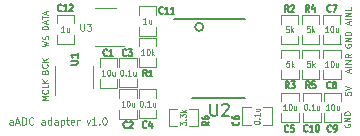
<source format=gbr>
%TF.GenerationSoftware,KiCad,Pcbnew,5.1.9+dfsg1-1*%
%TF.CreationDate,2021-08-01T21:30:50+03:00*%
%TF.ProjectId,neogeo_aadc,6e656f67-656f-45f6-9161-64632e6b6963,rev?*%
%TF.SameCoordinates,Original*%
%TF.FileFunction,Legend,Top*%
%TF.FilePolarity,Positive*%
%FSLAX46Y46*%
G04 Gerber Fmt 4.6, Leading zero omitted, Abs format (unit mm)*
G04 Created by KiCad (PCBNEW 5.1.9+dfsg1-1) date 2021-08-01 21:30:50*
%MOMM*%
%LPD*%
G01*
G04 APERTURE LIST*
%ADD10C,0.125000*%
%ADD11C,0.120000*%
%ADD12C,0.150000*%
%ADD13C,0.119380*%
%ADD14C,0.100000*%
%ADD15C,0.127000*%
%ADD16C,0.114300*%
G04 APERTURE END LIST*
D10*
X17081428Y-31481428D02*
X17081428Y-31167142D01*
X17052857Y-31110000D01*
X16995714Y-31081428D01*
X16881428Y-31081428D01*
X16824285Y-31110000D01*
X17081428Y-31452857D02*
X17024285Y-31481428D01*
X16881428Y-31481428D01*
X16824285Y-31452857D01*
X16795714Y-31395714D01*
X16795714Y-31338571D01*
X16824285Y-31281428D01*
X16881428Y-31252857D01*
X17024285Y-31252857D01*
X17081428Y-31224285D01*
X17338571Y-31310000D02*
X17624285Y-31310000D01*
X17281428Y-31481428D02*
X17481428Y-30881428D01*
X17681428Y-31481428D01*
X17881428Y-31481428D02*
X17881428Y-30881428D01*
X18024285Y-30881428D01*
X18110000Y-30910000D01*
X18167142Y-30967142D01*
X18195714Y-31024285D01*
X18224285Y-31138571D01*
X18224285Y-31224285D01*
X18195714Y-31338571D01*
X18167142Y-31395714D01*
X18110000Y-31452857D01*
X18024285Y-31481428D01*
X17881428Y-31481428D01*
X18824285Y-31424285D02*
X18795714Y-31452857D01*
X18710000Y-31481428D01*
X18652857Y-31481428D01*
X18567142Y-31452857D01*
X18510000Y-31395714D01*
X18481428Y-31338571D01*
X18452857Y-31224285D01*
X18452857Y-31138571D01*
X18481428Y-31024285D01*
X18510000Y-30967142D01*
X18567142Y-30910000D01*
X18652857Y-30881428D01*
X18710000Y-30881428D01*
X18795714Y-30910000D01*
X18824285Y-30938571D01*
X19795714Y-31481428D02*
X19795714Y-31167142D01*
X19767142Y-31110000D01*
X19710000Y-31081428D01*
X19595714Y-31081428D01*
X19538571Y-31110000D01*
X19795714Y-31452857D02*
X19738571Y-31481428D01*
X19595714Y-31481428D01*
X19538571Y-31452857D01*
X19510000Y-31395714D01*
X19510000Y-31338571D01*
X19538571Y-31281428D01*
X19595714Y-31252857D01*
X19738571Y-31252857D01*
X19795714Y-31224285D01*
X20338571Y-31481428D02*
X20338571Y-30881428D01*
X20338571Y-31452857D02*
X20281428Y-31481428D01*
X20167142Y-31481428D01*
X20110000Y-31452857D01*
X20081428Y-31424285D01*
X20052857Y-31367142D01*
X20052857Y-31195714D01*
X20081428Y-31138571D01*
X20110000Y-31110000D01*
X20167142Y-31081428D01*
X20281428Y-31081428D01*
X20338571Y-31110000D01*
X20881428Y-31481428D02*
X20881428Y-31167142D01*
X20852857Y-31110000D01*
X20795714Y-31081428D01*
X20681428Y-31081428D01*
X20624285Y-31110000D01*
X20881428Y-31452857D02*
X20824285Y-31481428D01*
X20681428Y-31481428D01*
X20624285Y-31452857D01*
X20595714Y-31395714D01*
X20595714Y-31338571D01*
X20624285Y-31281428D01*
X20681428Y-31252857D01*
X20824285Y-31252857D01*
X20881428Y-31224285D01*
X21167142Y-31081428D02*
X21167142Y-31681428D01*
X21167142Y-31110000D02*
X21224285Y-31081428D01*
X21338571Y-31081428D01*
X21395714Y-31110000D01*
X21424285Y-31138571D01*
X21452857Y-31195714D01*
X21452857Y-31367142D01*
X21424285Y-31424285D01*
X21395714Y-31452857D01*
X21338571Y-31481428D01*
X21224285Y-31481428D01*
X21167142Y-31452857D01*
X21624285Y-31081428D02*
X21852857Y-31081428D01*
X21710000Y-30881428D02*
X21710000Y-31395714D01*
X21738571Y-31452857D01*
X21795714Y-31481428D01*
X21852857Y-31481428D01*
X22281428Y-31452857D02*
X22224285Y-31481428D01*
X22110000Y-31481428D01*
X22052857Y-31452857D01*
X22024285Y-31395714D01*
X22024285Y-31167142D01*
X22052857Y-31110000D01*
X22110000Y-31081428D01*
X22224285Y-31081428D01*
X22281428Y-31110000D01*
X22310000Y-31167142D01*
X22310000Y-31224285D01*
X22024285Y-31281428D01*
X22567142Y-31481428D02*
X22567142Y-31081428D01*
X22567142Y-31195714D02*
X22595714Y-31138571D01*
X22624285Y-31110000D01*
X22681428Y-31081428D01*
X22738571Y-31081428D01*
X23338571Y-31081428D02*
X23481428Y-31481428D01*
X23624285Y-31081428D01*
X24167142Y-31481428D02*
X23824285Y-31481428D01*
X23995714Y-31481428D02*
X23995714Y-30881428D01*
X23938571Y-30967142D01*
X23881428Y-31024285D01*
X23824285Y-31052857D01*
X24424285Y-31424285D02*
X24452857Y-31452857D01*
X24424285Y-31481428D01*
X24395714Y-31452857D01*
X24424285Y-31424285D01*
X24424285Y-31481428D01*
X24824285Y-30881428D02*
X24881428Y-30881428D01*
X24938571Y-30910000D01*
X24967142Y-30938571D01*
X24995714Y-30995714D01*
X25024285Y-31110000D01*
X25024285Y-31252857D01*
X24995714Y-31367142D01*
X24967142Y-31424285D01*
X24938571Y-31452857D01*
X24881428Y-31481428D01*
X24824285Y-31481428D01*
X24767142Y-31452857D01*
X24738571Y-31424285D01*
X24710000Y-31367142D01*
X24681428Y-31252857D01*
X24681428Y-31110000D01*
X24710000Y-30995714D01*
X24738571Y-30938571D01*
X24767142Y-30910000D01*
X24824285Y-30881428D01*
D11*
%TO.C,U3*%
X25820000Y-21600000D02*
X24020000Y-21600000D01*
X24020000Y-24820000D02*
X26470000Y-24820000D01*
D12*
%TO.C,U2*%
X33211538Y-23207920D02*
G75*
G03*
X33211538Y-23207920I-339838J0D01*
G01*
X32285000Y-29255000D02*
X36735000Y-29255000D01*
X30760000Y-22505000D02*
X36735000Y-22505000D01*
D11*
%TO.C,U1*%
X23890000Y-28360000D02*
X23890000Y-26560000D01*
X20670000Y-26560000D02*
X20670000Y-29010000D01*
D13*
%TO.C,R6*%
X32030380Y-31604060D02*
X32728880Y-31604060D01*
X31029620Y-31604060D02*
X30331120Y-31604060D01*
X32030380Y-30135940D02*
X32728880Y-30135940D01*
X30331120Y-30135940D02*
X31029620Y-30135940D01*
X32769520Y-30133400D02*
X32769520Y-31606600D01*
X30290480Y-31606600D02*
X30290480Y-30133400D01*
%TO.C,R5*%
X43054060Y-25869620D02*
X43054060Y-25171120D01*
X43054060Y-26870380D02*
X43054060Y-27568880D01*
X41585940Y-25869620D02*
X41585940Y-25171120D01*
X41585940Y-27568880D02*
X41585940Y-26870380D01*
X41583400Y-25130480D02*
X43056600Y-25130480D01*
X43056600Y-27609520D02*
X41583400Y-27609520D01*
%TO.C,R4*%
X43044060Y-22929620D02*
X43044060Y-22231120D01*
X43044060Y-23930380D02*
X43044060Y-24628880D01*
X41575940Y-22929620D02*
X41575940Y-22231120D01*
X41575940Y-24628880D02*
X41575940Y-23930380D01*
X41573400Y-22190480D02*
X43046600Y-22190480D01*
X43046600Y-24669520D02*
X41573400Y-24669520D01*
%TO.C,R3*%
X39825940Y-26870380D02*
X39825940Y-27568880D01*
X39825940Y-25869620D02*
X39825940Y-25171120D01*
X41294060Y-26870380D02*
X41294060Y-27568880D01*
X41294060Y-25171120D02*
X41294060Y-25869620D01*
X41296600Y-27609520D02*
X39823400Y-27609520D01*
X39823400Y-25130480D02*
X41296600Y-25130480D01*
%TO.C,R2*%
X39805940Y-23950380D02*
X39805940Y-24648880D01*
X39805940Y-22949620D02*
X39805940Y-22251120D01*
X41274060Y-23950380D02*
X41274060Y-24648880D01*
X41274060Y-22251120D02*
X41274060Y-22949620D01*
X41276600Y-24689520D02*
X39803400Y-24689520D01*
X39803400Y-22210480D02*
X41276600Y-22210480D01*
%TO.C,R1*%
X29244060Y-24869620D02*
X29244060Y-24171120D01*
X29244060Y-25870380D02*
X29244060Y-26568880D01*
X27775940Y-24869620D02*
X27775940Y-24171120D01*
X27775940Y-26568880D02*
X27775940Y-25870380D01*
X27773400Y-24130480D02*
X29246600Y-24130480D01*
X29246600Y-26609520D02*
X27773400Y-26609520D01*
%TO.C,C12*%
X22264060Y-22909620D02*
X22264060Y-22211120D01*
X22264060Y-23910380D02*
X22264060Y-24608880D01*
X20795940Y-22909620D02*
X20795940Y-22211120D01*
X20795940Y-24608880D02*
X20795940Y-23910380D01*
X20793400Y-22170480D02*
X22266600Y-22170480D01*
X22266600Y-24649520D02*
X20793400Y-24649520D01*
%TO.C,C11*%
X27745940Y-23220380D02*
X27745940Y-23918880D01*
X27745940Y-22219620D02*
X27745940Y-21521120D01*
X29214060Y-23220380D02*
X29214060Y-23918880D01*
X29214060Y-21521120D02*
X29214060Y-22219620D01*
X29216600Y-23959520D02*
X27743400Y-23959520D01*
X27743400Y-21480480D02*
X29216600Y-21480480D01*
%TO.C,C10*%
X41675940Y-30510380D02*
X41675940Y-31208880D01*
X41675940Y-29509620D02*
X41675940Y-28811120D01*
X43144060Y-30510380D02*
X43144060Y-31208880D01*
X43144060Y-28811120D02*
X43144060Y-29509620D01*
X43146600Y-31249520D02*
X41673400Y-31249520D01*
X41673400Y-28770480D02*
X43146600Y-28770480D01*
%TO.C,C9*%
X43425940Y-30530380D02*
X43425940Y-31228880D01*
X43425940Y-29529620D02*
X43425940Y-28831120D01*
X44894060Y-30530380D02*
X44894060Y-31228880D01*
X44894060Y-28831120D02*
X44894060Y-29529620D01*
X44896600Y-31269520D02*
X43423400Y-31269520D01*
X43423400Y-28790480D02*
X44896600Y-28790480D01*
%TO.C,C8*%
X43375940Y-26870380D02*
X43375940Y-27568880D01*
X43375940Y-25869620D02*
X43375940Y-25171120D01*
X44844060Y-26870380D02*
X44844060Y-27568880D01*
X44844060Y-25171120D02*
X44844060Y-25869620D01*
X44846600Y-27609520D02*
X43373400Y-27609520D01*
X43373400Y-25130480D02*
X44846600Y-25130480D01*
%TO.C,C7*%
X43365940Y-23930380D02*
X43365940Y-24628880D01*
X43365940Y-22929620D02*
X43365940Y-22231120D01*
X44834060Y-23930380D02*
X44834060Y-24628880D01*
X44834060Y-22231120D02*
X44834060Y-22929620D01*
X44836600Y-24669520D02*
X43363400Y-24669520D01*
X43363400Y-22190480D02*
X44836600Y-22190480D01*
%TO.C,C6*%
X37259620Y-30035940D02*
X36561120Y-30035940D01*
X38260380Y-30035940D02*
X38958880Y-30035940D01*
X37259620Y-31504060D02*
X36561120Y-31504060D01*
X38958880Y-31504060D02*
X38260380Y-31504060D01*
X36520480Y-31506600D02*
X36520480Y-30033400D01*
X38999520Y-30033400D02*
X38999520Y-31506600D01*
%TO.C,C5*%
X39825940Y-30530380D02*
X39825940Y-31228880D01*
X39825940Y-29529620D02*
X39825940Y-28831120D01*
X41294060Y-30530380D02*
X41294060Y-31228880D01*
X41294060Y-28831120D02*
X41294060Y-29529620D01*
X41296600Y-31269520D02*
X39823400Y-31269520D01*
X39823400Y-28790480D02*
X41296600Y-28790480D01*
%TO.C,C4*%
X29234060Y-29229620D02*
X29234060Y-28531120D01*
X29234060Y-30230380D02*
X29234060Y-30928880D01*
X27765940Y-29229620D02*
X27765940Y-28531120D01*
X27765940Y-30928880D02*
X27765940Y-30230380D01*
X27763400Y-28490480D02*
X29236600Y-28490480D01*
X29236600Y-30969520D02*
X27763400Y-30969520D01*
%TO.C,C3*%
X26105940Y-27600380D02*
X26105940Y-28298880D01*
X26105940Y-26599620D02*
X26105940Y-25901120D01*
X27574060Y-27600380D02*
X27574060Y-28298880D01*
X27574060Y-25901120D02*
X27574060Y-26599620D01*
X27576600Y-28339520D02*
X26103400Y-28339520D01*
X26103400Y-25860480D02*
X27576600Y-25860480D01*
%TO.C,C2*%
X27584060Y-29239620D02*
X27584060Y-28541120D01*
X27584060Y-30240380D02*
X27584060Y-30938880D01*
X26115940Y-29239620D02*
X26115940Y-28541120D01*
X26115940Y-30938880D02*
X26115940Y-30240380D01*
X26113400Y-28500480D02*
X27586600Y-28500480D01*
X27586600Y-30979520D02*
X26113400Y-30979520D01*
%TO.C,C1*%
X24455940Y-27610380D02*
X24455940Y-28308880D01*
X24455940Y-26609620D02*
X24455940Y-25911120D01*
X25924060Y-27610380D02*
X25924060Y-28308880D01*
X25924060Y-25911120D02*
X25924060Y-26609620D01*
X25926600Y-28349520D02*
X24453400Y-28349520D01*
X24453400Y-25870480D02*
X25926600Y-25870480D01*
%TO.C,U3*%
D14*
X22802857Y-22931428D02*
X22802857Y-23417142D01*
X22831428Y-23474285D01*
X22860000Y-23502857D01*
X22917142Y-23531428D01*
X23031428Y-23531428D01*
X23088571Y-23502857D01*
X23117142Y-23474285D01*
X23145714Y-23417142D01*
X23145714Y-22931428D01*
X23374285Y-22931428D02*
X23745714Y-22931428D01*
X23545714Y-23160000D01*
X23631428Y-23160000D01*
X23688571Y-23188571D01*
X23717142Y-23217142D01*
X23745714Y-23274285D01*
X23745714Y-23417142D01*
X23717142Y-23474285D01*
X23688571Y-23502857D01*
X23631428Y-23531428D01*
X23460000Y-23531428D01*
X23402857Y-23502857D01*
X23374285Y-23474285D01*
%TO.C,U2*%
D12*
X33828095Y-29732380D02*
X33828095Y-30541904D01*
X33875714Y-30637142D01*
X33923333Y-30684761D01*
X34018571Y-30732380D01*
X34209047Y-30732380D01*
X34304285Y-30684761D01*
X34351904Y-30637142D01*
X34399523Y-30541904D01*
X34399523Y-29732380D01*
X34828095Y-29827619D02*
X34875714Y-29780000D01*
X34970952Y-29732380D01*
X35209047Y-29732380D01*
X35304285Y-29780000D01*
X35351904Y-29827619D01*
X35399523Y-29922857D01*
X35399523Y-30018095D01*
X35351904Y-30160952D01*
X34780476Y-30732380D01*
X35399523Y-30732380D01*
%TO.C,U1*%
X21991428Y-26407142D02*
X22477142Y-26407142D01*
X22534285Y-26378571D01*
X22562857Y-26350000D01*
X22591428Y-26292857D01*
X22591428Y-26178571D01*
X22562857Y-26121428D01*
X22534285Y-26092857D01*
X22477142Y-26064285D01*
X21991428Y-26064285D01*
X22591428Y-25464285D02*
X22591428Y-25807142D01*
X22591428Y-25635714D02*
X21991428Y-25635714D01*
X22077142Y-25692857D01*
X22134285Y-25750000D01*
X22162857Y-25807142D01*
%TO.C,TP9*%
D14*
X45584666Y-27032000D02*
X45584666Y-26790095D01*
X45729809Y-27080380D02*
X45221809Y-26911047D01*
X45729809Y-26741714D01*
X45729809Y-26572380D02*
X45221809Y-26572380D01*
X45729809Y-26330476D02*
X45221809Y-26330476D01*
X45729809Y-26040190D01*
X45221809Y-26040190D01*
X45729809Y-25508000D02*
X45487904Y-25677333D01*
X45729809Y-25798285D02*
X45221809Y-25798285D01*
X45221809Y-25604761D01*
X45246000Y-25556380D01*
X45270190Y-25532190D01*
X45318571Y-25508000D01*
X45391142Y-25508000D01*
X45439523Y-25532190D01*
X45463714Y-25556380D01*
X45487904Y-25604761D01*
X45487904Y-25798285D01*
%TO.C,TP8*%
X45574666Y-22993619D02*
X45574666Y-22751714D01*
X45719809Y-23042000D02*
X45211809Y-22872666D01*
X45719809Y-22703333D01*
X45719809Y-22534000D02*
X45211809Y-22534000D01*
X45719809Y-22292095D02*
X45211809Y-22292095D01*
X45719809Y-22001809D01*
X45211809Y-22001809D01*
X45719809Y-21518000D02*
X45719809Y-21759904D01*
X45211809Y-21759904D01*
%TO.C,TP7*%
X45246000Y-24677047D02*
X45221809Y-24725428D01*
X45221809Y-24798000D01*
X45246000Y-24870571D01*
X45294380Y-24918952D01*
X45342761Y-24943142D01*
X45439523Y-24967333D01*
X45512095Y-24967333D01*
X45608857Y-24943142D01*
X45657238Y-24918952D01*
X45705619Y-24870571D01*
X45729809Y-24798000D01*
X45729809Y-24749619D01*
X45705619Y-24677047D01*
X45681428Y-24652857D01*
X45512095Y-24652857D01*
X45512095Y-24749619D01*
X45729809Y-24435142D02*
X45221809Y-24435142D01*
X45729809Y-24144857D01*
X45221809Y-24144857D01*
X45729809Y-23902952D02*
X45221809Y-23902952D01*
X45221809Y-23782000D01*
X45246000Y-23709428D01*
X45294380Y-23661047D01*
X45342761Y-23636857D01*
X45439523Y-23612666D01*
X45512095Y-23612666D01*
X45608857Y-23636857D01*
X45657238Y-23661047D01*
X45705619Y-23709428D01*
X45729809Y-23782000D01*
X45729809Y-23902952D01*
%TO.C,TP6*%
X19783714Y-27011714D02*
X19807904Y-26939142D01*
X19832095Y-26914952D01*
X19880476Y-26890761D01*
X19953047Y-26890761D01*
X20001428Y-26914952D01*
X20025619Y-26939142D01*
X20049809Y-26987523D01*
X20049809Y-27181047D01*
X19541809Y-27181047D01*
X19541809Y-27011714D01*
X19566000Y-26963333D01*
X19590190Y-26939142D01*
X19638571Y-26914952D01*
X19686952Y-26914952D01*
X19735333Y-26939142D01*
X19759523Y-26963333D01*
X19783714Y-27011714D01*
X19783714Y-27181047D01*
X20001428Y-26382761D02*
X20025619Y-26406952D01*
X20049809Y-26479523D01*
X20049809Y-26527904D01*
X20025619Y-26600476D01*
X19977238Y-26648857D01*
X19928857Y-26673047D01*
X19832095Y-26697238D01*
X19759523Y-26697238D01*
X19662761Y-26673047D01*
X19614380Y-26648857D01*
X19566000Y-26600476D01*
X19541809Y-26527904D01*
X19541809Y-26479523D01*
X19566000Y-26406952D01*
X19590190Y-26382761D01*
X20049809Y-26165047D02*
X19541809Y-26165047D01*
X20049809Y-25874761D02*
X19759523Y-26092476D01*
X19541809Y-25874761D02*
X19832095Y-26165047D01*
%TO.C,TP5*%
X19581809Y-24859619D02*
X20089809Y-24738666D01*
X19726952Y-24641904D01*
X20089809Y-24545142D01*
X19581809Y-24424190D01*
X20065619Y-24254857D02*
X20089809Y-24182285D01*
X20089809Y-24061333D01*
X20065619Y-24012952D01*
X20041428Y-23988761D01*
X19993047Y-23964571D01*
X19944666Y-23964571D01*
X19896285Y-23988761D01*
X19872095Y-24012952D01*
X19847904Y-24061333D01*
X19823714Y-24158095D01*
X19799523Y-24206476D01*
X19775333Y-24230666D01*
X19726952Y-24254857D01*
X19678571Y-24254857D01*
X19630190Y-24230666D01*
X19606000Y-24206476D01*
X19581809Y-24158095D01*
X19581809Y-24037142D01*
X19606000Y-23964571D01*
%TO.C,TP4*%
X20079809Y-23432000D02*
X19571809Y-23432000D01*
X19571809Y-23311047D01*
X19596000Y-23238476D01*
X19644380Y-23190095D01*
X19692761Y-23165904D01*
X19789523Y-23141714D01*
X19862095Y-23141714D01*
X19958857Y-23165904D01*
X20007238Y-23190095D01*
X20055619Y-23238476D01*
X20079809Y-23311047D01*
X20079809Y-23432000D01*
X19934666Y-22948190D02*
X19934666Y-22706285D01*
X20079809Y-22996571D02*
X19571809Y-22827238D01*
X20079809Y-22657904D01*
X19571809Y-22561142D02*
X19571809Y-22270857D01*
X20079809Y-22416000D02*
X19571809Y-22416000D01*
X19934666Y-22125714D02*
X19934666Y-21883809D01*
X20079809Y-22174095D02*
X19571809Y-22004761D01*
X20079809Y-21835428D01*
%TO.C,TP3*%
X20069809Y-29432952D02*
X19561809Y-29432952D01*
X19924666Y-29263619D01*
X19561809Y-29094285D01*
X20069809Y-29094285D01*
X20021428Y-28562095D02*
X20045619Y-28586285D01*
X20069809Y-28658857D01*
X20069809Y-28707238D01*
X20045619Y-28779809D01*
X19997238Y-28828190D01*
X19948857Y-28852380D01*
X19852095Y-28876571D01*
X19779523Y-28876571D01*
X19682761Y-28852380D01*
X19634380Y-28828190D01*
X19586000Y-28779809D01*
X19561809Y-28707238D01*
X19561809Y-28658857D01*
X19586000Y-28586285D01*
X19610190Y-28562095D01*
X20069809Y-28102476D02*
X20069809Y-28344380D01*
X19561809Y-28344380D01*
X20069809Y-27933142D02*
X19561809Y-27933142D01*
X20069809Y-27642857D02*
X19779523Y-27860571D01*
X19561809Y-27642857D02*
X19852095Y-27933142D01*
%TO.C,TP2*%
X45186000Y-31437047D02*
X45161809Y-31485428D01*
X45161809Y-31558000D01*
X45186000Y-31630571D01*
X45234380Y-31678952D01*
X45282761Y-31703142D01*
X45379523Y-31727333D01*
X45452095Y-31727333D01*
X45548857Y-31703142D01*
X45597238Y-31678952D01*
X45645619Y-31630571D01*
X45669809Y-31558000D01*
X45669809Y-31509619D01*
X45645619Y-31437047D01*
X45621428Y-31412857D01*
X45452095Y-31412857D01*
X45452095Y-31509619D01*
X45669809Y-31195142D02*
X45161809Y-31195142D01*
X45669809Y-30904857D01*
X45161809Y-30904857D01*
X45669809Y-30662952D02*
X45161809Y-30662952D01*
X45161809Y-30542000D01*
X45186000Y-30469428D01*
X45234380Y-30421047D01*
X45282761Y-30396857D01*
X45379523Y-30372666D01*
X45452095Y-30372666D01*
X45548857Y-30396857D01*
X45597238Y-30421047D01*
X45645619Y-30469428D01*
X45669809Y-30542000D01*
X45669809Y-30662952D01*
%TO.C,TP1*%
X45221809Y-28716761D02*
X45221809Y-28958666D01*
X45463714Y-28982857D01*
X45439523Y-28958666D01*
X45415333Y-28910285D01*
X45415333Y-28789333D01*
X45439523Y-28740952D01*
X45463714Y-28716761D01*
X45512095Y-28692571D01*
X45633047Y-28692571D01*
X45681428Y-28716761D01*
X45705619Y-28740952D01*
X45729809Y-28789333D01*
X45729809Y-28910285D01*
X45705619Y-28958666D01*
X45681428Y-28982857D01*
X45221809Y-28547428D02*
X45729809Y-28378095D01*
X45221809Y-28208761D01*
%TO.C,R6*%
D15*
X33684280Y-31244666D02*
X33406090Y-31414000D01*
X33684280Y-31534952D02*
X33100080Y-31534952D01*
X33100080Y-31341428D01*
X33127900Y-31293047D01*
X33155719Y-31268857D01*
X33211357Y-31244666D01*
X33294814Y-31244666D01*
X33350452Y-31268857D01*
X33378271Y-31293047D01*
X33406090Y-31341428D01*
X33406090Y-31534952D01*
X33100080Y-30809238D02*
X33100080Y-30906000D01*
X33127900Y-30954380D01*
X33155719Y-30978571D01*
X33239176Y-31026952D01*
X33350452Y-31051142D01*
X33573004Y-31051142D01*
X33628642Y-31026952D01*
X33656461Y-31002761D01*
X33684280Y-30954380D01*
X33684280Y-30857619D01*
X33656461Y-30809238D01*
X33628642Y-30785047D01*
X33573004Y-30760857D01*
X33433909Y-30760857D01*
X33378271Y-30785047D01*
X33350452Y-30809238D01*
X33322633Y-30857619D01*
X33322633Y-30954380D01*
X33350452Y-31002761D01*
X33378271Y-31026952D01*
X33433909Y-31051142D01*
D16*
X31251809Y-31534028D02*
X31251809Y-31251000D01*
X31445333Y-31403400D01*
X31445333Y-31338085D01*
X31469523Y-31294542D01*
X31493714Y-31272771D01*
X31542095Y-31251000D01*
X31663047Y-31251000D01*
X31711428Y-31272771D01*
X31735619Y-31294542D01*
X31759809Y-31338085D01*
X31759809Y-31468714D01*
X31735619Y-31512257D01*
X31711428Y-31534028D01*
X31711428Y-31055057D02*
X31735619Y-31033285D01*
X31759809Y-31055057D01*
X31735619Y-31076828D01*
X31711428Y-31055057D01*
X31759809Y-31055057D01*
X31251809Y-30880885D02*
X31251809Y-30597857D01*
X31445333Y-30750257D01*
X31445333Y-30684942D01*
X31469523Y-30641400D01*
X31493714Y-30619628D01*
X31542095Y-30597857D01*
X31663047Y-30597857D01*
X31711428Y-30619628D01*
X31735619Y-30641400D01*
X31759809Y-30684942D01*
X31759809Y-30815571D01*
X31735619Y-30859114D01*
X31711428Y-30880885D01*
X31759809Y-30401914D02*
X31251809Y-30401914D01*
X31566285Y-30358371D02*
X31759809Y-30227742D01*
X31421142Y-30227742D02*
X31614666Y-30401914D01*
%TO.C,R5*%
D15*
X42235333Y-28412280D02*
X42066000Y-28134090D01*
X41945047Y-28412280D02*
X41945047Y-27828080D01*
X42138571Y-27828080D01*
X42186952Y-27855900D01*
X42211142Y-27883719D01*
X42235333Y-27939357D01*
X42235333Y-28022814D01*
X42211142Y-28078452D01*
X42186952Y-28106271D01*
X42138571Y-28134090D01*
X41945047Y-28134090D01*
X42694952Y-27828080D02*
X42453047Y-27828080D01*
X42428857Y-28106271D01*
X42453047Y-28078452D01*
X42501428Y-28050633D01*
X42622380Y-28050633D01*
X42670761Y-28078452D01*
X42694952Y-28106271D01*
X42719142Y-28161909D01*
X42719142Y-28301004D01*
X42694952Y-28356642D01*
X42670761Y-28384461D01*
X42622380Y-28412280D01*
X42501428Y-28412280D01*
X42453047Y-28384461D01*
X42428857Y-28356642D01*
D16*
X42243800Y-26091809D02*
X42026085Y-26091809D01*
X42004314Y-26333714D01*
X42026085Y-26309523D01*
X42069628Y-26285333D01*
X42178485Y-26285333D01*
X42222028Y-26309523D01*
X42243800Y-26333714D01*
X42265571Y-26382095D01*
X42265571Y-26503047D01*
X42243800Y-26551428D01*
X42222028Y-26575619D01*
X42178485Y-26599809D01*
X42069628Y-26599809D01*
X42026085Y-26575619D01*
X42004314Y-26551428D01*
X42461514Y-26599809D02*
X42461514Y-26091809D01*
X42505057Y-26406285D02*
X42635685Y-26599809D01*
X42635685Y-26261142D02*
X42461514Y-26454666D01*
%TO.C,R4*%
D15*
X42205333Y-21924280D02*
X42036000Y-21646090D01*
X41915047Y-21924280D02*
X41915047Y-21340080D01*
X42108571Y-21340080D01*
X42156952Y-21367900D01*
X42181142Y-21395719D01*
X42205333Y-21451357D01*
X42205333Y-21534814D01*
X42181142Y-21590452D01*
X42156952Y-21618271D01*
X42108571Y-21646090D01*
X41915047Y-21646090D01*
X42640761Y-21534814D02*
X42640761Y-21924280D01*
X42519809Y-21312261D02*
X42398857Y-21729547D01*
X42713333Y-21729547D01*
D16*
X42233800Y-23151809D02*
X42016085Y-23151809D01*
X41994314Y-23393714D01*
X42016085Y-23369523D01*
X42059628Y-23345333D01*
X42168485Y-23345333D01*
X42212028Y-23369523D01*
X42233800Y-23393714D01*
X42255571Y-23442095D01*
X42255571Y-23563047D01*
X42233800Y-23611428D01*
X42212028Y-23635619D01*
X42168485Y-23659809D01*
X42059628Y-23659809D01*
X42016085Y-23635619D01*
X41994314Y-23611428D01*
X42451514Y-23659809D02*
X42451514Y-23151809D01*
X42495057Y-23466285D02*
X42625685Y-23659809D01*
X42625685Y-23321142D02*
X42451514Y-23514666D01*
%TO.C,R3*%
D15*
X40475333Y-28404280D02*
X40306000Y-28126090D01*
X40185047Y-28404280D02*
X40185047Y-27820080D01*
X40378571Y-27820080D01*
X40426952Y-27847900D01*
X40451142Y-27875719D01*
X40475333Y-27931357D01*
X40475333Y-28014814D01*
X40451142Y-28070452D01*
X40426952Y-28098271D01*
X40378571Y-28126090D01*
X40185047Y-28126090D01*
X40644666Y-27820080D02*
X40959142Y-27820080D01*
X40789809Y-28042633D01*
X40862380Y-28042633D01*
X40910761Y-28070452D01*
X40934952Y-28098271D01*
X40959142Y-28153909D01*
X40959142Y-28293004D01*
X40934952Y-28348642D01*
X40910761Y-28376461D01*
X40862380Y-28404280D01*
X40717238Y-28404280D01*
X40668857Y-28376461D01*
X40644666Y-28348642D01*
D16*
X40483800Y-26091809D02*
X40266085Y-26091809D01*
X40244314Y-26333714D01*
X40266085Y-26309523D01*
X40309628Y-26285333D01*
X40418485Y-26285333D01*
X40462028Y-26309523D01*
X40483800Y-26333714D01*
X40505571Y-26382095D01*
X40505571Y-26503047D01*
X40483800Y-26551428D01*
X40462028Y-26575619D01*
X40418485Y-26599809D01*
X40309628Y-26599809D01*
X40266085Y-26575619D01*
X40244314Y-26551428D01*
X40701514Y-26599809D02*
X40701514Y-26091809D01*
X40745057Y-26406285D02*
X40875685Y-26599809D01*
X40875685Y-26261142D02*
X40701514Y-26454666D01*
%TO.C,R2*%
D15*
X40455333Y-21936280D02*
X40286000Y-21658090D01*
X40165047Y-21936280D02*
X40165047Y-21352080D01*
X40358571Y-21352080D01*
X40406952Y-21379900D01*
X40431142Y-21407719D01*
X40455333Y-21463357D01*
X40455333Y-21546814D01*
X40431142Y-21602452D01*
X40406952Y-21630271D01*
X40358571Y-21658090D01*
X40165047Y-21658090D01*
X40648857Y-21407719D02*
X40673047Y-21379900D01*
X40721428Y-21352080D01*
X40842380Y-21352080D01*
X40890761Y-21379900D01*
X40914952Y-21407719D01*
X40939142Y-21463357D01*
X40939142Y-21518995D01*
X40914952Y-21602452D01*
X40624666Y-21936280D01*
X40939142Y-21936280D01*
D16*
X40463800Y-23171809D02*
X40246085Y-23171809D01*
X40224314Y-23413714D01*
X40246085Y-23389523D01*
X40289628Y-23365333D01*
X40398485Y-23365333D01*
X40442028Y-23389523D01*
X40463800Y-23413714D01*
X40485571Y-23462095D01*
X40485571Y-23583047D01*
X40463800Y-23631428D01*
X40442028Y-23655619D01*
X40398485Y-23679809D01*
X40289628Y-23679809D01*
X40246085Y-23655619D01*
X40224314Y-23631428D01*
X40681514Y-23679809D02*
X40681514Y-23171809D01*
X40725057Y-23486285D02*
X40855685Y-23679809D01*
X40855685Y-23341142D02*
X40681514Y-23534666D01*
%TO.C,R1*%
D15*
X28425333Y-27412280D02*
X28256000Y-27134090D01*
X28135047Y-27412280D02*
X28135047Y-26828080D01*
X28328571Y-26828080D01*
X28376952Y-26855900D01*
X28401142Y-26883719D01*
X28425333Y-26939357D01*
X28425333Y-27022814D01*
X28401142Y-27078452D01*
X28376952Y-27106271D01*
X28328571Y-27134090D01*
X28135047Y-27134090D01*
X28909142Y-27412280D02*
X28618857Y-27412280D01*
X28764000Y-27412280D02*
X28764000Y-26828080D01*
X28715619Y-26911538D01*
X28667238Y-26967176D01*
X28618857Y-26994995D01*
D16*
X28237857Y-25599809D02*
X27976600Y-25599809D01*
X28107228Y-25599809D02*
X28107228Y-25091809D01*
X28063685Y-25164380D01*
X28020142Y-25212761D01*
X27976600Y-25236952D01*
X28520885Y-25091809D02*
X28564428Y-25091809D01*
X28607971Y-25116000D01*
X28629742Y-25140190D01*
X28651514Y-25188571D01*
X28673285Y-25285333D01*
X28673285Y-25406285D01*
X28651514Y-25503047D01*
X28629742Y-25551428D01*
X28607971Y-25575619D01*
X28564428Y-25599809D01*
X28520885Y-25599809D01*
X28477342Y-25575619D01*
X28455571Y-25551428D01*
X28433800Y-25503047D01*
X28412028Y-25406285D01*
X28412028Y-25285333D01*
X28433800Y-25188571D01*
X28455571Y-25140190D01*
X28477342Y-25116000D01*
X28520885Y-25091809D01*
X28869228Y-25599809D02*
X28869228Y-25091809D01*
X28912771Y-25406285D02*
X29043400Y-25599809D01*
X29043400Y-25261142D02*
X28869228Y-25454666D01*
%TO.C,C12*%
D15*
X21213428Y-21828642D02*
X21189238Y-21856461D01*
X21116666Y-21884280D01*
X21068285Y-21884280D01*
X20995714Y-21856461D01*
X20947333Y-21800823D01*
X20923142Y-21745185D01*
X20898952Y-21633909D01*
X20898952Y-21550452D01*
X20923142Y-21439176D01*
X20947333Y-21383538D01*
X20995714Y-21327900D01*
X21068285Y-21300080D01*
X21116666Y-21300080D01*
X21189238Y-21327900D01*
X21213428Y-21355719D01*
X21697238Y-21884280D02*
X21406952Y-21884280D01*
X21552095Y-21884280D02*
X21552095Y-21300080D01*
X21503714Y-21383538D01*
X21455333Y-21439176D01*
X21406952Y-21466995D01*
X21890761Y-21355719D02*
X21914952Y-21327900D01*
X21963333Y-21300080D01*
X22084285Y-21300080D01*
X22132666Y-21327900D01*
X22156857Y-21355719D01*
X22181047Y-21411357D01*
X22181047Y-21466995D01*
X22156857Y-21550452D01*
X21866571Y-21884280D01*
X22181047Y-21884280D01*
D16*
X21453800Y-23639809D02*
X21192542Y-23639809D01*
X21323171Y-23639809D02*
X21323171Y-23131809D01*
X21279628Y-23204380D01*
X21236085Y-23252761D01*
X21192542Y-23276952D01*
X21845685Y-23301142D02*
X21845685Y-23639809D01*
X21649742Y-23301142D02*
X21649742Y-23567238D01*
X21671514Y-23615619D01*
X21715057Y-23639809D01*
X21780371Y-23639809D01*
X21823914Y-23615619D01*
X21845685Y-23591428D01*
%TO.C,C11*%
D15*
X29793428Y-22038642D02*
X29769238Y-22066461D01*
X29696666Y-22094280D01*
X29648285Y-22094280D01*
X29575714Y-22066461D01*
X29527333Y-22010823D01*
X29503142Y-21955185D01*
X29478952Y-21843909D01*
X29478952Y-21760452D01*
X29503142Y-21649176D01*
X29527333Y-21593538D01*
X29575714Y-21537900D01*
X29648285Y-21510080D01*
X29696666Y-21510080D01*
X29769238Y-21537900D01*
X29793428Y-21565719D01*
X30277238Y-22094280D02*
X29986952Y-22094280D01*
X30132095Y-22094280D02*
X30132095Y-21510080D01*
X30083714Y-21593538D01*
X30035333Y-21649176D01*
X29986952Y-21676995D01*
X30761047Y-22094280D02*
X30470761Y-22094280D01*
X30615904Y-22094280D02*
X30615904Y-21510080D01*
X30567523Y-21593538D01*
X30519142Y-21649176D01*
X30470761Y-21676995D01*
D16*
X28403800Y-22949809D02*
X28142542Y-22949809D01*
X28273171Y-22949809D02*
X28273171Y-22441809D01*
X28229628Y-22514380D01*
X28186085Y-22562761D01*
X28142542Y-22586952D01*
X28795685Y-22611142D02*
X28795685Y-22949809D01*
X28599742Y-22611142D02*
X28599742Y-22877238D01*
X28621514Y-22925619D01*
X28665057Y-22949809D01*
X28730371Y-22949809D01*
X28773914Y-22925619D01*
X28795685Y-22901428D01*
%TO.C,C10*%
D15*
X42043428Y-32018642D02*
X42019238Y-32046461D01*
X41946666Y-32074280D01*
X41898285Y-32074280D01*
X41825714Y-32046461D01*
X41777333Y-31990823D01*
X41753142Y-31935185D01*
X41728952Y-31823909D01*
X41728952Y-31740452D01*
X41753142Y-31629176D01*
X41777333Y-31573538D01*
X41825714Y-31517900D01*
X41898285Y-31490080D01*
X41946666Y-31490080D01*
X42019238Y-31517900D01*
X42043428Y-31545719D01*
X42527238Y-32074280D02*
X42236952Y-32074280D01*
X42382095Y-32074280D02*
X42382095Y-31490080D01*
X42333714Y-31573538D01*
X42285333Y-31629176D01*
X42236952Y-31656995D01*
X42841714Y-31490080D02*
X42890095Y-31490080D01*
X42938476Y-31517900D01*
X42962666Y-31545719D01*
X42986857Y-31601357D01*
X43011047Y-31712633D01*
X43011047Y-31851728D01*
X42986857Y-31963004D01*
X42962666Y-32018642D01*
X42938476Y-32046461D01*
X42890095Y-32074280D01*
X42841714Y-32074280D01*
X42793333Y-32046461D01*
X42769142Y-32018642D01*
X42744952Y-31963004D01*
X42720761Y-31851728D01*
X42720761Y-31712633D01*
X42744952Y-31601357D01*
X42769142Y-31545719D01*
X42793333Y-31517900D01*
X42841714Y-31490080D01*
D16*
X41854828Y-29731809D02*
X41898371Y-29731809D01*
X41941914Y-29756000D01*
X41963685Y-29780190D01*
X41985457Y-29828571D01*
X42007228Y-29925333D01*
X42007228Y-30046285D01*
X41985457Y-30143047D01*
X41963685Y-30191428D01*
X41941914Y-30215619D01*
X41898371Y-30239809D01*
X41854828Y-30239809D01*
X41811285Y-30215619D01*
X41789514Y-30191428D01*
X41767742Y-30143047D01*
X41745971Y-30046285D01*
X41745971Y-29925333D01*
X41767742Y-29828571D01*
X41789514Y-29780190D01*
X41811285Y-29756000D01*
X41854828Y-29731809D01*
X42203171Y-30191428D02*
X42224942Y-30215619D01*
X42203171Y-30239809D01*
X42181400Y-30215619D01*
X42203171Y-30191428D01*
X42203171Y-30239809D01*
X42660371Y-30239809D02*
X42399114Y-30239809D01*
X42529742Y-30239809D02*
X42529742Y-29731809D01*
X42486200Y-29804380D01*
X42442657Y-29852761D01*
X42399114Y-29876952D01*
X43052257Y-29901142D02*
X43052257Y-30239809D01*
X42856314Y-29901142D02*
X42856314Y-30167238D01*
X42878085Y-30215619D01*
X42921628Y-30239809D01*
X42986942Y-30239809D01*
X43030485Y-30215619D01*
X43052257Y-30191428D01*
%TO.C,C9*%
D15*
X44045333Y-32038642D02*
X44021142Y-32066461D01*
X43948571Y-32094280D01*
X43900190Y-32094280D01*
X43827619Y-32066461D01*
X43779238Y-32010823D01*
X43755047Y-31955185D01*
X43730857Y-31843909D01*
X43730857Y-31760452D01*
X43755047Y-31649176D01*
X43779238Y-31593538D01*
X43827619Y-31537900D01*
X43900190Y-31510080D01*
X43948571Y-31510080D01*
X44021142Y-31537900D01*
X44045333Y-31565719D01*
X44287238Y-32094280D02*
X44384000Y-32094280D01*
X44432380Y-32066461D01*
X44456571Y-32038642D01*
X44504952Y-31955185D01*
X44529142Y-31843909D01*
X44529142Y-31621357D01*
X44504952Y-31565719D01*
X44480761Y-31537900D01*
X44432380Y-31510080D01*
X44335619Y-31510080D01*
X44287238Y-31537900D01*
X44263047Y-31565719D01*
X44238857Y-31621357D01*
X44238857Y-31760452D01*
X44263047Y-31816090D01*
X44287238Y-31843909D01*
X44335619Y-31871728D01*
X44432380Y-31871728D01*
X44480761Y-31843909D01*
X44504952Y-31816090D01*
X44529142Y-31760452D01*
D16*
X43866085Y-30259809D02*
X43604828Y-30259809D01*
X43735457Y-30259809D02*
X43735457Y-29751809D01*
X43691914Y-29824380D01*
X43648371Y-29872761D01*
X43604828Y-29896952D01*
X44149114Y-29751809D02*
X44192657Y-29751809D01*
X44236200Y-29776000D01*
X44257971Y-29800190D01*
X44279742Y-29848571D01*
X44301514Y-29945333D01*
X44301514Y-30066285D01*
X44279742Y-30163047D01*
X44257971Y-30211428D01*
X44236200Y-30235619D01*
X44192657Y-30259809D01*
X44149114Y-30259809D01*
X44105571Y-30235619D01*
X44083800Y-30211428D01*
X44062028Y-30163047D01*
X44040257Y-30066285D01*
X44040257Y-29945333D01*
X44062028Y-29848571D01*
X44083800Y-29800190D01*
X44105571Y-29776000D01*
X44149114Y-29751809D01*
X44693400Y-29921142D02*
X44693400Y-30259809D01*
X44497457Y-29921142D02*
X44497457Y-30187238D01*
X44519228Y-30235619D01*
X44562771Y-30259809D01*
X44628085Y-30259809D01*
X44671628Y-30235619D01*
X44693400Y-30211428D01*
%TO.C,C8*%
D15*
X43995333Y-28368642D02*
X43971142Y-28396461D01*
X43898571Y-28424280D01*
X43850190Y-28424280D01*
X43777619Y-28396461D01*
X43729238Y-28340823D01*
X43705047Y-28285185D01*
X43680857Y-28173909D01*
X43680857Y-28090452D01*
X43705047Y-27979176D01*
X43729238Y-27923538D01*
X43777619Y-27867900D01*
X43850190Y-27840080D01*
X43898571Y-27840080D01*
X43971142Y-27867900D01*
X43995333Y-27895719D01*
X44285619Y-28090452D02*
X44237238Y-28062633D01*
X44213047Y-28034814D01*
X44188857Y-27979176D01*
X44188857Y-27951357D01*
X44213047Y-27895719D01*
X44237238Y-27867900D01*
X44285619Y-27840080D01*
X44382380Y-27840080D01*
X44430761Y-27867900D01*
X44454952Y-27895719D01*
X44479142Y-27951357D01*
X44479142Y-27979176D01*
X44454952Y-28034814D01*
X44430761Y-28062633D01*
X44382380Y-28090452D01*
X44285619Y-28090452D01*
X44237238Y-28118271D01*
X44213047Y-28146090D01*
X44188857Y-28201728D01*
X44188857Y-28313004D01*
X44213047Y-28368642D01*
X44237238Y-28396461D01*
X44285619Y-28424280D01*
X44382380Y-28424280D01*
X44430761Y-28396461D01*
X44454952Y-28368642D01*
X44479142Y-28313004D01*
X44479142Y-28201728D01*
X44454952Y-28146090D01*
X44430761Y-28118271D01*
X44382380Y-28090452D01*
D16*
X43816085Y-26599809D02*
X43554828Y-26599809D01*
X43685457Y-26599809D02*
X43685457Y-26091809D01*
X43641914Y-26164380D01*
X43598371Y-26212761D01*
X43554828Y-26236952D01*
X44099114Y-26091809D02*
X44142657Y-26091809D01*
X44186200Y-26116000D01*
X44207971Y-26140190D01*
X44229742Y-26188571D01*
X44251514Y-26285333D01*
X44251514Y-26406285D01*
X44229742Y-26503047D01*
X44207971Y-26551428D01*
X44186200Y-26575619D01*
X44142657Y-26599809D01*
X44099114Y-26599809D01*
X44055571Y-26575619D01*
X44033800Y-26551428D01*
X44012028Y-26503047D01*
X43990257Y-26406285D01*
X43990257Y-26285333D01*
X44012028Y-26188571D01*
X44033800Y-26140190D01*
X44055571Y-26116000D01*
X44099114Y-26091809D01*
X44643400Y-26261142D02*
X44643400Y-26599809D01*
X44447457Y-26261142D02*
X44447457Y-26527238D01*
X44469228Y-26575619D01*
X44512771Y-26599809D01*
X44578085Y-26599809D01*
X44621628Y-26575619D01*
X44643400Y-26551428D01*
%TO.C,C7*%
D15*
X44015333Y-21860642D02*
X43991142Y-21888461D01*
X43918571Y-21916280D01*
X43870190Y-21916280D01*
X43797619Y-21888461D01*
X43749238Y-21832823D01*
X43725047Y-21777185D01*
X43700857Y-21665909D01*
X43700857Y-21582452D01*
X43725047Y-21471176D01*
X43749238Y-21415538D01*
X43797619Y-21359900D01*
X43870190Y-21332080D01*
X43918571Y-21332080D01*
X43991142Y-21359900D01*
X44015333Y-21387719D01*
X44184666Y-21332080D02*
X44523333Y-21332080D01*
X44305619Y-21916280D01*
D16*
X43806085Y-23659809D02*
X43544828Y-23659809D01*
X43675457Y-23659809D02*
X43675457Y-23151809D01*
X43631914Y-23224380D01*
X43588371Y-23272761D01*
X43544828Y-23296952D01*
X44089114Y-23151809D02*
X44132657Y-23151809D01*
X44176200Y-23176000D01*
X44197971Y-23200190D01*
X44219742Y-23248571D01*
X44241514Y-23345333D01*
X44241514Y-23466285D01*
X44219742Y-23563047D01*
X44197971Y-23611428D01*
X44176200Y-23635619D01*
X44132657Y-23659809D01*
X44089114Y-23659809D01*
X44045571Y-23635619D01*
X44023800Y-23611428D01*
X44002028Y-23563047D01*
X43980257Y-23466285D01*
X43980257Y-23345333D01*
X44002028Y-23248571D01*
X44023800Y-23200190D01*
X44045571Y-23176000D01*
X44089114Y-23151809D01*
X44633400Y-23321142D02*
X44633400Y-23659809D01*
X44437457Y-23321142D02*
X44437457Y-23587238D01*
X44459228Y-23635619D01*
X44502771Y-23659809D01*
X44568085Y-23659809D01*
X44611628Y-23635619D01*
X44633400Y-23611428D01*
%TO.C,C6*%
D15*
X36208642Y-31234666D02*
X36236461Y-31258857D01*
X36264280Y-31331428D01*
X36264280Y-31379809D01*
X36236461Y-31452380D01*
X36180823Y-31500761D01*
X36125185Y-31524952D01*
X36013909Y-31549142D01*
X35930452Y-31549142D01*
X35819176Y-31524952D01*
X35763538Y-31500761D01*
X35707900Y-31452380D01*
X35680080Y-31379809D01*
X35680080Y-31331428D01*
X35707900Y-31258857D01*
X35735719Y-31234666D01*
X35680080Y-30799238D02*
X35680080Y-30896000D01*
X35707900Y-30944380D01*
X35735719Y-30968571D01*
X35819176Y-31016952D01*
X35930452Y-31041142D01*
X36153004Y-31041142D01*
X36208642Y-31016952D01*
X36236461Y-30992761D01*
X36264280Y-30944380D01*
X36264280Y-30847619D01*
X36236461Y-30799238D01*
X36208642Y-30775047D01*
X36153004Y-30750857D01*
X36013909Y-30750857D01*
X35958271Y-30775047D01*
X35930452Y-30799238D01*
X35902633Y-30847619D01*
X35902633Y-30944380D01*
X35930452Y-30992761D01*
X35958271Y-31016952D01*
X36013909Y-31041142D01*
D16*
X37481809Y-31325171D02*
X37481809Y-31281628D01*
X37506000Y-31238085D01*
X37530190Y-31216314D01*
X37578571Y-31194542D01*
X37675333Y-31172771D01*
X37796285Y-31172771D01*
X37893047Y-31194542D01*
X37941428Y-31216314D01*
X37965619Y-31238085D01*
X37989809Y-31281628D01*
X37989809Y-31325171D01*
X37965619Y-31368714D01*
X37941428Y-31390485D01*
X37893047Y-31412257D01*
X37796285Y-31434028D01*
X37675333Y-31434028D01*
X37578571Y-31412257D01*
X37530190Y-31390485D01*
X37506000Y-31368714D01*
X37481809Y-31325171D01*
X37941428Y-30976828D02*
X37965619Y-30955057D01*
X37989809Y-30976828D01*
X37965619Y-30998600D01*
X37941428Y-30976828D01*
X37989809Y-30976828D01*
X37989809Y-30519628D02*
X37989809Y-30780885D01*
X37989809Y-30650257D02*
X37481809Y-30650257D01*
X37554380Y-30693800D01*
X37602761Y-30737342D01*
X37626952Y-30780885D01*
X37651142Y-30127742D02*
X37989809Y-30127742D01*
X37651142Y-30323685D02*
X37917238Y-30323685D01*
X37965619Y-30301914D01*
X37989809Y-30258371D01*
X37989809Y-30193057D01*
X37965619Y-30149514D01*
X37941428Y-30127742D01*
%TO.C,C5*%
D15*
X40415333Y-32058642D02*
X40391142Y-32086461D01*
X40318571Y-32114280D01*
X40270190Y-32114280D01*
X40197619Y-32086461D01*
X40149238Y-32030823D01*
X40125047Y-31975185D01*
X40100857Y-31863909D01*
X40100857Y-31780452D01*
X40125047Y-31669176D01*
X40149238Y-31613538D01*
X40197619Y-31557900D01*
X40270190Y-31530080D01*
X40318571Y-31530080D01*
X40391142Y-31557900D01*
X40415333Y-31585719D01*
X40874952Y-31530080D02*
X40633047Y-31530080D01*
X40608857Y-31808271D01*
X40633047Y-31780452D01*
X40681428Y-31752633D01*
X40802380Y-31752633D01*
X40850761Y-31780452D01*
X40874952Y-31808271D01*
X40899142Y-31863909D01*
X40899142Y-32003004D01*
X40874952Y-32058642D01*
X40850761Y-32086461D01*
X40802380Y-32114280D01*
X40681428Y-32114280D01*
X40633047Y-32086461D01*
X40608857Y-32058642D01*
D16*
X40266085Y-30259809D02*
X40004828Y-30259809D01*
X40135457Y-30259809D02*
X40135457Y-29751809D01*
X40091914Y-29824380D01*
X40048371Y-29872761D01*
X40004828Y-29896952D01*
X40549114Y-29751809D02*
X40592657Y-29751809D01*
X40636200Y-29776000D01*
X40657971Y-29800190D01*
X40679742Y-29848571D01*
X40701514Y-29945333D01*
X40701514Y-30066285D01*
X40679742Y-30163047D01*
X40657971Y-30211428D01*
X40636200Y-30235619D01*
X40592657Y-30259809D01*
X40549114Y-30259809D01*
X40505571Y-30235619D01*
X40483800Y-30211428D01*
X40462028Y-30163047D01*
X40440257Y-30066285D01*
X40440257Y-29945333D01*
X40462028Y-29848571D01*
X40483800Y-29800190D01*
X40505571Y-29776000D01*
X40549114Y-29751809D01*
X41093400Y-29921142D02*
X41093400Y-30259809D01*
X40897457Y-29921142D02*
X40897457Y-30187238D01*
X40919228Y-30235619D01*
X40962771Y-30259809D01*
X41028085Y-30259809D01*
X41071628Y-30235619D01*
X41093400Y-30211428D01*
%TO.C,C4*%
D15*
X28415333Y-31716642D02*
X28391142Y-31744461D01*
X28318571Y-31772280D01*
X28270190Y-31772280D01*
X28197619Y-31744461D01*
X28149238Y-31688823D01*
X28125047Y-31633185D01*
X28100857Y-31521909D01*
X28100857Y-31438452D01*
X28125047Y-31327176D01*
X28149238Y-31271538D01*
X28197619Y-31215900D01*
X28270190Y-31188080D01*
X28318571Y-31188080D01*
X28391142Y-31215900D01*
X28415333Y-31243719D01*
X28850761Y-31382814D02*
X28850761Y-31772280D01*
X28729809Y-31160261D02*
X28608857Y-31577547D01*
X28923333Y-31577547D01*
D16*
X27944828Y-29451809D02*
X27988371Y-29451809D01*
X28031914Y-29476000D01*
X28053685Y-29500190D01*
X28075457Y-29548571D01*
X28097228Y-29645333D01*
X28097228Y-29766285D01*
X28075457Y-29863047D01*
X28053685Y-29911428D01*
X28031914Y-29935619D01*
X27988371Y-29959809D01*
X27944828Y-29959809D01*
X27901285Y-29935619D01*
X27879514Y-29911428D01*
X27857742Y-29863047D01*
X27835971Y-29766285D01*
X27835971Y-29645333D01*
X27857742Y-29548571D01*
X27879514Y-29500190D01*
X27901285Y-29476000D01*
X27944828Y-29451809D01*
X28293171Y-29911428D02*
X28314942Y-29935619D01*
X28293171Y-29959809D01*
X28271400Y-29935619D01*
X28293171Y-29911428D01*
X28293171Y-29959809D01*
X28750371Y-29959809D02*
X28489114Y-29959809D01*
X28619742Y-29959809D02*
X28619742Y-29451809D01*
X28576200Y-29524380D01*
X28532657Y-29572761D01*
X28489114Y-29596952D01*
X29142257Y-29621142D02*
X29142257Y-29959809D01*
X28946314Y-29621142D02*
X28946314Y-29887238D01*
X28968085Y-29935619D01*
X29011628Y-29959809D01*
X29076942Y-29959809D01*
X29120485Y-29935619D01*
X29142257Y-29911428D01*
%TO.C,C3*%
D15*
X26705333Y-25628642D02*
X26681142Y-25656461D01*
X26608571Y-25684280D01*
X26560190Y-25684280D01*
X26487619Y-25656461D01*
X26439238Y-25600823D01*
X26415047Y-25545185D01*
X26390857Y-25433909D01*
X26390857Y-25350452D01*
X26415047Y-25239176D01*
X26439238Y-25183538D01*
X26487619Y-25127900D01*
X26560190Y-25100080D01*
X26608571Y-25100080D01*
X26681142Y-25127900D01*
X26705333Y-25155719D01*
X26874666Y-25100080D02*
X27189142Y-25100080D01*
X27019809Y-25322633D01*
X27092380Y-25322633D01*
X27140761Y-25350452D01*
X27164952Y-25378271D01*
X27189142Y-25433909D01*
X27189142Y-25573004D01*
X27164952Y-25628642D01*
X27140761Y-25656461D01*
X27092380Y-25684280D01*
X26947238Y-25684280D01*
X26898857Y-25656461D01*
X26874666Y-25628642D01*
D16*
X26284828Y-26821809D02*
X26328371Y-26821809D01*
X26371914Y-26846000D01*
X26393685Y-26870190D01*
X26415457Y-26918571D01*
X26437228Y-27015333D01*
X26437228Y-27136285D01*
X26415457Y-27233047D01*
X26393685Y-27281428D01*
X26371914Y-27305619D01*
X26328371Y-27329809D01*
X26284828Y-27329809D01*
X26241285Y-27305619D01*
X26219514Y-27281428D01*
X26197742Y-27233047D01*
X26175971Y-27136285D01*
X26175971Y-27015333D01*
X26197742Y-26918571D01*
X26219514Y-26870190D01*
X26241285Y-26846000D01*
X26284828Y-26821809D01*
X26633171Y-27281428D02*
X26654942Y-27305619D01*
X26633171Y-27329809D01*
X26611400Y-27305619D01*
X26633171Y-27281428D01*
X26633171Y-27329809D01*
X27090371Y-27329809D02*
X26829114Y-27329809D01*
X26959742Y-27329809D02*
X26959742Y-26821809D01*
X26916200Y-26894380D01*
X26872657Y-26942761D01*
X26829114Y-26966952D01*
X27482257Y-26991142D02*
X27482257Y-27329809D01*
X27286314Y-26991142D02*
X27286314Y-27257238D01*
X27308085Y-27305619D01*
X27351628Y-27329809D01*
X27416942Y-27329809D01*
X27460485Y-27305619D01*
X27482257Y-27281428D01*
%TO.C,C2*%
D15*
X26765333Y-31726642D02*
X26741142Y-31754461D01*
X26668571Y-31782280D01*
X26620190Y-31782280D01*
X26547619Y-31754461D01*
X26499238Y-31698823D01*
X26475047Y-31643185D01*
X26450857Y-31531909D01*
X26450857Y-31448452D01*
X26475047Y-31337176D01*
X26499238Y-31281538D01*
X26547619Y-31225900D01*
X26620190Y-31198080D01*
X26668571Y-31198080D01*
X26741142Y-31225900D01*
X26765333Y-31253719D01*
X26958857Y-31253719D02*
X26983047Y-31225900D01*
X27031428Y-31198080D01*
X27152380Y-31198080D01*
X27200761Y-31225900D01*
X27224952Y-31253719D01*
X27249142Y-31309357D01*
X27249142Y-31364995D01*
X27224952Y-31448452D01*
X26934666Y-31782280D01*
X27249142Y-31782280D01*
D16*
X26556085Y-29969809D02*
X26294828Y-29969809D01*
X26425457Y-29969809D02*
X26425457Y-29461809D01*
X26381914Y-29534380D01*
X26338371Y-29582761D01*
X26294828Y-29606952D01*
X26839114Y-29461809D02*
X26882657Y-29461809D01*
X26926200Y-29486000D01*
X26947971Y-29510190D01*
X26969742Y-29558571D01*
X26991514Y-29655333D01*
X26991514Y-29776285D01*
X26969742Y-29873047D01*
X26947971Y-29921428D01*
X26926200Y-29945619D01*
X26882657Y-29969809D01*
X26839114Y-29969809D01*
X26795571Y-29945619D01*
X26773800Y-29921428D01*
X26752028Y-29873047D01*
X26730257Y-29776285D01*
X26730257Y-29655333D01*
X26752028Y-29558571D01*
X26773800Y-29510190D01*
X26795571Y-29486000D01*
X26839114Y-29461809D01*
X27383400Y-29631142D02*
X27383400Y-29969809D01*
X27187457Y-29631142D02*
X27187457Y-29897238D01*
X27209228Y-29945619D01*
X27252771Y-29969809D01*
X27318085Y-29969809D01*
X27361628Y-29945619D01*
X27383400Y-29921428D01*
%TO.C,C1*%
D15*
X25075333Y-25628642D02*
X25051142Y-25656461D01*
X24978571Y-25684280D01*
X24930190Y-25684280D01*
X24857619Y-25656461D01*
X24809238Y-25600823D01*
X24785047Y-25545185D01*
X24760857Y-25433909D01*
X24760857Y-25350452D01*
X24785047Y-25239176D01*
X24809238Y-25183538D01*
X24857619Y-25127900D01*
X24930190Y-25100080D01*
X24978571Y-25100080D01*
X25051142Y-25127900D01*
X25075333Y-25155719D01*
X25559142Y-25684280D02*
X25268857Y-25684280D01*
X25414000Y-25684280D02*
X25414000Y-25100080D01*
X25365619Y-25183538D01*
X25317238Y-25239176D01*
X25268857Y-25266995D01*
D16*
X24896085Y-27339809D02*
X24634828Y-27339809D01*
X24765457Y-27339809D02*
X24765457Y-26831809D01*
X24721914Y-26904380D01*
X24678371Y-26952761D01*
X24634828Y-26976952D01*
X25179114Y-26831809D02*
X25222657Y-26831809D01*
X25266200Y-26856000D01*
X25287971Y-26880190D01*
X25309742Y-26928571D01*
X25331514Y-27025333D01*
X25331514Y-27146285D01*
X25309742Y-27243047D01*
X25287971Y-27291428D01*
X25266200Y-27315619D01*
X25222657Y-27339809D01*
X25179114Y-27339809D01*
X25135571Y-27315619D01*
X25113800Y-27291428D01*
X25092028Y-27243047D01*
X25070257Y-27146285D01*
X25070257Y-27025333D01*
X25092028Y-26928571D01*
X25113800Y-26880190D01*
X25135571Y-26856000D01*
X25179114Y-26831809D01*
X25723400Y-27001142D02*
X25723400Y-27339809D01*
X25527457Y-27001142D02*
X25527457Y-27267238D01*
X25549228Y-27315619D01*
X25592771Y-27339809D01*
X25658085Y-27339809D01*
X25701628Y-27315619D01*
X25723400Y-27291428D01*
%TD*%
M02*

</source>
